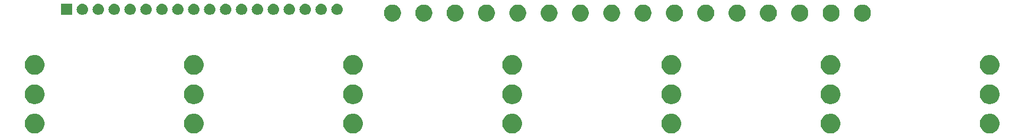
<source format=gbr>
G04 #@! TF.GenerationSoftware,KiCad,Pcbnew,(5.1.2)-2*
G04 #@! TF.CreationDate,2020-03-29T17:17:04-06:00*
G04 #@! TF.ProjectId,Switches,53776974-6368-4657-932e-6b696361645f,rev?*
G04 #@! TF.SameCoordinates,Original*
G04 #@! TF.FileFunction,Soldermask,Bot*
G04 #@! TF.FilePolarity,Negative*
%FSLAX46Y46*%
G04 Gerber Fmt 4.6, Leading zero omitted, Abs format (unit mm)*
G04 Created by KiCad (PCBNEW (5.1.2)-2) date 2020-03-29 17:17:04*
%MOMM*%
%LPD*%
G04 APERTURE LIST*
%ADD10C,0.100000*%
G04 APERTURE END LIST*
D10*
G36*
X211127267Y-70847263D02*
G01*
X211279411Y-70877526D01*
X211398137Y-70926704D01*
X211566041Y-70996252D01*
X211566042Y-70996253D01*
X211824004Y-71168617D01*
X212043383Y-71387996D01*
X212158553Y-71560361D01*
X212215748Y-71645959D01*
X212334474Y-71932590D01*
X212395000Y-72236875D01*
X212395000Y-72547125D01*
X212334474Y-72851410D01*
X212215748Y-73138041D01*
X212215747Y-73138042D01*
X212043383Y-73396004D01*
X211824004Y-73615383D01*
X211651639Y-73730553D01*
X211566041Y-73787748D01*
X211398137Y-73857296D01*
X211279411Y-73906474D01*
X210975125Y-73967000D01*
X210664875Y-73967000D01*
X210360589Y-73906474D01*
X210241863Y-73857296D01*
X210073959Y-73787748D01*
X209988361Y-73730553D01*
X209815996Y-73615383D01*
X209596617Y-73396004D01*
X209424253Y-73138042D01*
X209424252Y-73138041D01*
X209305526Y-72851410D01*
X209245000Y-72547125D01*
X209245000Y-72236875D01*
X209305526Y-71932590D01*
X209424252Y-71645959D01*
X209481447Y-71560361D01*
X209596617Y-71387996D01*
X209815996Y-71168617D01*
X210073958Y-70996253D01*
X210073959Y-70996252D01*
X210241863Y-70926704D01*
X210360589Y-70877526D01*
X210664875Y-70817000D01*
X210975125Y-70817000D01*
X211127267Y-70847263D01*
X211127267Y-70847263D01*
G37*
G36*
X58727267Y-70847263D02*
G01*
X58879411Y-70877526D01*
X58998137Y-70926704D01*
X59166041Y-70996252D01*
X59166042Y-70996253D01*
X59424004Y-71168617D01*
X59643383Y-71387996D01*
X59758553Y-71560361D01*
X59815748Y-71645959D01*
X59934474Y-71932590D01*
X59995000Y-72236875D01*
X59995000Y-72547125D01*
X59934474Y-72851410D01*
X59815748Y-73138041D01*
X59815747Y-73138042D01*
X59643383Y-73396004D01*
X59424004Y-73615383D01*
X59251639Y-73730553D01*
X59166041Y-73787748D01*
X58998137Y-73857296D01*
X58879411Y-73906474D01*
X58575125Y-73967000D01*
X58264875Y-73967000D01*
X57960589Y-73906474D01*
X57841863Y-73857296D01*
X57673959Y-73787748D01*
X57588361Y-73730553D01*
X57415996Y-73615383D01*
X57196617Y-73396004D01*
X57024253Y-73138042D01*
X57024252Y-73138041D01*
X56905526Y-72851410D01*
X56845000Y-72547125D01*
X56845000Y-72236875D01*
X56905526Y-71932590D01*
X57024252Y-71645959D01*
X57081447Y-71560361D01*
X57196617Y-71387996D01*
X57415996Y-71168617D01*
X57673958Y-70996253D01*
X57673959Y-70996252D01*
X57841863Y-70926704D01*
X57960589Y-70877526D01*
X58112733Y-70847263D01*
X58264875Y-70817000D01*
X58575125Y-70817000D01*
X58727267Y-70847263D01*
X58727267Y-70847263D01*
G37*
G36*
X160327267Y-70847263D02*
G01*
X160479411Y-70877526D01*
X160598137Y-70926704D01*
X160766041Y-70996252D01*
X160766042Y-70996253D01*
X161024004Y-71168617D01*
X161243383Y-71387996D01*
X161358553Y-71560361D01*
X161415748Y-71645959D01*
X161534474Y-71932590D01*
X161595000Y-72236875D01*
X161595000Y-72547125D01*
X161534474Y-72851410D01*
X161415748Y-73138041D01*
X161415747Y-73138042D01*
X161243383Y-73396004D01*
X161024004Y-73615383D01*
X160851639Y-73730553D01*
X160766041Y-73787748D01*
X160598137Y-73857296D01*
X160479411Y-73906474D01*
X160175125Y-73967000D01*
X159864875Y-73967000D01*
X159560589Y-73906474D01*
X159441863Y-73857296D01*
X159273959Y-73787748D01*
X159188361Y-73730553D01*
X159015996Y-73615383D01*
X158796617Y-73396004D01*
X158624253Y-73138042D01*
X158624252Y-73138041D01*
X158505526Y-72851410D01*
X158445000Y-72547125D01*
X158445000Y-72236875D01*
X158505526Y-71932590D01*
X158624252Y-71645959D01*
X158681447Y-71560361D01*
X158796617Y-71387996D01*
X159015996Y-71168617D01*
X159273958Y-70996253D01*
X159273959Y-70996252D01*
X159441863Y-70926704D01*
X159560589Y-70877526D01*
X159712733Y-70847263D01*
X159864875Y-70817000D01*
X160175125Y-70817000D01*
X160327267Y-70847263D01*
X160327267Y-70847263D01*
G37*
G36*
X134927267Y-70847263D02*
G01*
X135079411Y-70877526D01*
X135198137Y-70926704D01*
X135366041Y-70996252D01*
X135366042Y-70996253D01*
X135624004Y-71168617D01*
X135843383Y-71387996D01*
X135958553Y-71560361D01*
X136015748Y-71645959D01*
X136134474Y-71932590D01*
X136195000Y-72236875D01*
X136195000Y-72547125D01*
X136134474Y-72851410D01*
X136015748Y-73138041D01*
X136015747Y-73138042D01*
X135843383Y-73396004D01*
X135624004Y-73615383D01*
X135451639Y-73730553D01*
X135366041Y-73787748D01*
X135198137Y-73857296D01*
X135079411Y-73906474D01*
X134775125Y-73967000D01*
X134464875Y-73967000D01*
X134160589Y-73906474D01*
X134041863Y-73857296D01*
X133873959Y-73787748D01*
X133788361Y-73730553D01*
X133615996Y-73615383D01*
X133396617Y-73396004D01*
X133224253Y-73138042D01*
X133224252Y-73138041D01*
X133105526Y-72851410D01*
X133045000Y-72547125D01*
X133045000Y-72236875D01*
X133105526Y-71932590D01*
X133224252Y-71645959D01*
X133281447Y-71560361D01*
X133396617Y-71387996D01*
X133615996Y-71168617D01*
X133873958Y-70996253D01*
X133873959Y-70996252D01*
X134041863Y-70926704D01*
X134160589Y-70877526D01*
X134312733Y-70847263D01*
X134464875Y-70817000D01*
X134775125Y-70817000D01*
X134927267Y-70847263D01*
X134927267Y-70847263D01*
G37*
G36*
X109527267Y-70847263D02*
G01*
X109679411Y-70877526D01*
X109798137Y-70926704D01*
X109966041Y-70996252D01*
X109966042Y-70996253D01*
X110224004Y-71168617D01*
X110443383Y-71387996D01*
X110558553Y-71560361D01*
X110615748Y-71645959D01*
X110734474Y-71932590D01*
X110795000Y-72236875D01*
X110795000Y-72547125D01*
X110734474Y-72851410D01*
X110615748Y-73138041D01*
X110615747Y-73138042D01*
X110443383Y-73396004D01*
X110224004Y-73615383D01*
X110051639Y-73730553D01*
X109966041Y-73787748D01*
X109798137Y-73857296D01*
X109679411Y-73906474D01*
X109375125Y-73967000D01*
X109064875Y-73967000D01*
X108760589Y-73906474D01*
X108641863Y-73857296D01*
X108473959Y-73787748D01*
X108388361Y-73730553D01*
X108215996Y-73615383D01*
X107996617Y-73396004D01*
X107824253Y-73138042D01*
X107824252Y-73138041D01*
X107705526Y-72851410D01*
X107645000Y-72547125D01*
X107645000Y-72236875D01*
X107705526Y-71932590D01*
X107824252Y-71645959D01*
X107881447Y-71560361D01*
X107996617Y-71387996D01*
X108215996Y-71168617D01*
X108473958Y-70996253D01*
X108473959Y-70996252D01*
X108641863Y-70926704D01*
X108760589Y-70877526D01*
X108912733Y-70847263D01*
X109064875Y-70817000D01*
X109375125Y-70817000D01*
X109527267Y-70847263D01*
X109527267Y-70847263D01*
G37*
G36*
X84127267Y-70847263D02*
G01*
X84279411Y-70877526D01*
X84398137Y-70926704D01*
X84566041Y-70996252D01*
X84566042Y-70996253D01*
X84824004Y-71168617D01*
X85043383Y-71387996D01*
X85158553Y-71560361D01*
X85215748Y-71645959D01*
X85334474Y-71932590D01*
X85395000Y-72236875D01*
X85395000Y-72547125D01*
X85334474Y-72851410D01*
X85215748Y-73138041D01*
X85215747Y-73138042D01*
X85043383Y-73396004D01*
X84824004Y-73615383D01*
X84651639Y-73730553D01*
X84566041Y-73787748D01*
X84398137Y-73857296D01*
X84279411Y-73906474D01*
X83975125Y-73967000D01*
X83664875Y-73967000D01*
X83360589Y-73906474D01*
X83241863Y-73857296D01*
X83073959Y-73787748D01*
X82988361Y-73730553D01*
X82815996Y-73615383D01*
X82596617Y-73396004D01*
X82424253Y-73138042D01*
X82424252Y-73138041D01*
X82305526Y-72851410D01*
X82245000Y-72547125D01*
X82245000Y-72236875D01*
X82305526Y-71932590D01*
X82424252Y-71645959D01*
X82481447Y-71560361D01*
X82596617Y-71387996D01*
X82815996Y-71168617D01*
X83073958Y-70996253D01*
X83073959Y-70996252D01*
X83241863Y-70926704D01*
X83360589Y-70877526D01*
X83512733Y-70847263D01*
X83664875Y-70817000D01*
X83975125Y-70817000D01*
X84127267Y-70847263D01*
X84127267Y-70847263D01*
G37*
G36*
X185727267Y-70847263D02*
G01*
X185879411Y-70877526D01*
X185998137Y-70926704D01*
X186166041Y-70996252D01*
X186166042Y-70996253D01*
X186424004Y-71168617D01*
X186643383Y-71387996D01*
X186758553Y-71560361D01*
X186815748Y-71645959D01*
X186934474Y-71932590D01*
X186995000Y-72236875D01*
X186995000Y-72547125D01*
X186934474Y-72851410D01*
X186815748Y-73138041D01*
X186815747Y-73138042D01*
X186643383Y-73396004D01*
X186424004Y-73615383D01*
X186251639Y-73730553D01*
X186166041Y-73787748D01*
X185998137Y-73857296D01*
X185879411Y-73906474D01*
X185575125Y-73967000D01*
X185264875Y-73967000D01*
X184960589Y-73906474D01*
X184841863Y-73857296D01*
X184673959Y-73787748D01*
X184588361Y-73730553D01*
X184415996Y-73615383D01*
X184196617Y-73396004D01*
X184024253Y-73138042D01*
X184024252Y-73138041D01*
X183905526Y-72851410D01*
X183845000Y-72547125D01*
X183845000Y-72236875D01*
X183905526Y-71932590D01*
X184024252Y-71645959D01*
X184081447Y-71560361D01*
X184196617Y-71387996D01*
X184415996Y-71168617D01*
X184673958Y-70996253D01*
X184673959Y-70996252D01*
X184841863Y-70926704D01*
X184960589Y-70877526D01*
X185264875Y-70817000D01*
X185575125Y-70817000D01*
X185727267Y-70847263D01*
X185727267Y-70847263D01*
G37*
G36*
X58879411Y-66177526D02*
G01*
X58998137Y-66226704D01*
X59166041Y-66296252D01*
X59166042Y-66296253D01*
X59424004Y-66468617D01*
X59643383Y-66687996D01*
X59758553Y-66860361D01*
X59815748Y-66945959D01*
X59934474Y-67232590D01*
X59995000Y-67536875D01*
X59995000Y-67847125D01*
X59934474Y-68151410D01*
X59815748Y-68438041D01*
X59815747Y-68438042D01*
X59643383Y-68696004D01*
X59424004Y-68915383D01*
X59251639Y-69030553D01*
X59166041Y-69087748D01*
X58998137Y-69157296D01*
X58879411Y-69206474D01*
X58727267Y-69236737D01*
X58575125Y-69267000D01*
X58264875Y-69267000D01*
X58112733Y-69236737D01*
X57960589Y-69206474D01*
X57841863Y-69157296D01*
X57673959Y-69087748D01*
X57588361Y-69030553D01*
X57415996Y-68915383D01*
X57196617Y-68696004D01*
X57024253Y-68438042D01*
X57024252Y-68438041D01*
X56905526Y-68151410D01*
X56845000Y-67847125D01*
X56845000Y-67536875D01*
X56905526Y-67232590D01*
X57024252Y-66945959D01*
X57081447Y-66860361D01*
X57196617Y-66687996D01*
X57415996Y-66468617D01*
X57673958Y-66296253D01*
X57673959Y-66296252D01*
X57841863Y-66226704D01*
X57960589Y-66177526D01*
X58264875Y-66117000D01*
X58575125Y-66117000D01*
X58879411Y-66177526D01*
X58879411Y-66177526D01*
G37*
G36*
X84279411Y-66177526D02*
G01*
X84398137Y-66226704D01*
X84566041Y-66296252D01*
X84566042Y-66296253D01*
X84824004Y-66468617D01*
X85043383Y-66687996D01*
X85158553Y-66860361D01*
X85215748Y-66945959D01*
X85334474Y-67232590D01*
X85395000Y-67536875D01*
X85395000Y-67847125D01*
X85334474Y-68151410D01*
X85215748Y-68438041D01*
X85215747Y-68438042D01*
X85043383Y-68696004D01*
X84824004Y-68915383D01*
X84651639Y-69030553D01*
X84566041Y-69087748D01*
X84398137Y-69157296D01*
X84279411Y-69206474D01*
X84127267Y-69236737D01*
X83975125Y-69267000D01*
X83664875Y-69267000D01*
X83512733Y-69236737D01*
X83360589Y-69206474D01*
X83241863Y-69157296D01*
X83073959Y-69087748D01*
X82988361Y-69030553D01*
X82815996Y-68915383D01*
X82596617Y-68696004D01*
X82424253Y-68438042D01*
X82424252Y-68438041D01*
X82305526Y-68151410D01*
X82245000Y-67847125D01*
X82245000Y-67536875D01*
X82305526Y-67232590D01*
X82424252Y-66945959D01*
X82481447Y-66860361D01*
X82596617Y-66687996D01*
X82815996Y-66468617D01*
X83073958Y-66296253D01*
X83073959Y-66296252D01*
X83241863Y-66226704D01*
X83360589Y-66177526D01*
X83664875Y-66117000D01*
X83975125Y-66117000D01*
X84279411Y-66177526D01*
X84279411Y-66177526D01*
G37*
G36*
X109679411Y-66177526D02*
G01*
X109798137Y-66226704D01*
X109966041Y-66296252D01*
X109966042Y-66296253D01*
X110224004Y-66468617D01*
X110443383Y-66687996D01*
X110558553Y-66860361D01*
X110615748Y-66945959D01*
X110734474Y-67232590D01*
X110795000Y-67536875D01*
X110795000Y-67847125D01*
X110734474Y-68151410D01*
X110615748Y-68438041D01*
X110615747Y-68438042D01*
X110443383Y-68696004D01*
X110224004Y-68915383D01*
X110051639Y-69030553D01*
X109966041Y-69087748D01*
X109798137Y-69157296D01*
X109679411Y-69206474D01*
X109527267Y-69236737D01*
X109375125Y-69267000D01*
X109064875Y-69267000D01*
X108912733Y-69236737D01*
X108760589Y-69206474D01*
X108641863Y-69157296D01*
X108473959Y-69087748D01*
X108388361Y-69030553D01*
X108215996Y-68915383D01*
X107996617Y-68696004D01*
X107824253Y-68438042D01*
X107824252Y-68438041D01*
X107705526Y-68151410D01*
X107645000Y-67847125D01*
X107645000Y-67536875D01*
X107705526Y-67232590D01*
X107824252Y-66945959D01*
X107881447Y-66860361D01*
X107996617Y-66687996D01*
X108215996Y-66468617D01*
X108473958Y-66296253D01*
X108473959Y-66296252D01*
X108641863Y-66226704D01*
X108760589Y-66177526D01*
X109064875Y-66117000D01*
X109375125Y-66117000D01*
X109679411Y-66177526D01*
X109679411Y-66177526D01*
G37*
G36*
X160479411Y-66177526D02*
G01*
X160598137Y-66226704D01*
X160766041Y-66296252D01*
X160766042Y-66296253D01*
X161024004Y-66468617D01*
X161243383Y-66687996D01*
X161358553Y-66860361D01*
X161415748Y-66945959D01*
X161534474Y-67232590D01*
X161595000Y-67536875D01*
X161595000Y-67847125D01*
X161534474Y-68151410D01*
X161415748Y-68438041D01*
X161415747Y-68438042D01*
X161243383Y-68696004D01*
X161024004Y-68915383D01*
X160851639Y-69030553D01*
X160766041Y-69087748D01*
X160598137Y-69157296D01*
X160479411Y-69206474D01*
X160327267Y-69236737D01*
X160175125Y-69267000D01*
X159864875Y-69267000D01*
X159712733Y-69236737D01*
X159560589Y-69206474D01*
X159441863Y-69157296D01*
X159273959Y-69087748D01*
X159188361Y-69030553D01*
X159015996Y-68915383D01*
X158796617Y-68696004D01*
X158624253Y-68438042D01*
X158624252Y-68438041D01*
X158505526Y-68151410D01*
X158445000Y-67847125D01*
X158445000Y-67536875D01*
X158505526Y-67232590D01*
X158624252Y-66945959D01*
X158681447Y-66860361D01*
X158796617Y-66687996D01*
X159015996Y-66468617D01*
X159273958Y-66296253D01*
X159273959Y-66296252D01*
X159441863Y-66226704D01*
X159560589Y-66177526D01*
X159864875Y-66117000D01*
X160175125Y-66117000D01*
X160479411Y-66177526D01*
X160479411Y-66177526D01*
G37*
G36*
X185879411Y-66177526D02*
G01*
X185998137Y-66226704D01*
X186166041Y-66296252D01*
X186166042Y-66296253D01*
X186424004Y-66468617D01*
X186643383Y-66687996D01*
X186758553Y-66860361D01*
X186815748Y-66945959D01*
X186934474Y-67232590D01*
X186995000Y-67536875D01*
X186995000Y-67847125D01*
X186934474Y-68151410D01*
X186815748Y-68438041D01*
X186815747Y-68438042D01*
X186643383Y-68696004D01*
X186424004Y-68915383D01*
X186251639Y-69030553D01*
X186166041Y-69087748D01*
X185998137Y-69157296D01*
X185879411Y-69206474D01*
X185727267Y-69236737D01*
X185575125Y-69267000D01*
X185264875Y-69267000D01*
X185112733Y-69236737D01*
X184960589Y-69206474D01*
X184841863Y-69157296D01*
X184673959Y-69087748D01*
X184588361Y-69030553D01*
X184415996Y-68915383D01*
X184196617Y-68696004D01*
X184024253Y-68438042D01*
X184024252Y-68438041D01*
X183905526Y-68151410D01*
X183845000Y-67847125D01*
X183845000Y-67536875D01*
X183905526Y-67232590D01*
X184024252Y-66945959D01*
X184081447Y-66860361D01*
X184196617Y-66687996D01*
X184415996Y-66468617D01*
X184673958Y-66296253D01*
X184673959Y-66296252D01*
X184841863Y-66226704D01*
X184960589Y-66177526D01*
X185264875Y-66117000D01*
X185575125Y-66117000D01*
X185879411Y-66177526D01*
X185879411Y-66177526D01*
G37*
G36*
X211279411Y-66177526D02*
G01*
X211398137Y-66226704D01*
X211566041Y-66296252D01*
X211566042Y-66296253D01*
X211824004Y-66468617D01*
X212043383Y-66687996D01*
X212158553Y-66860361D01*
X212215748Y-66945959D01*
X212334474Y-67232590D01*
X212395000Y-67536875D01*
X212395000Y-67847125D01*
X212334474Y-68151410D01*
X212215748Y-68438041D01*
X212215747Y-68438042D01*
X212043383Y-68696004D01*
X211824004Y-68915383D01*
X211651639Y-69030553D01*
X211566041Y-69087748D01*
X211398137Y-69157296D01*
X211279411Y-69206474D01*
X211127267Y-69236737D01*
X210975125Y-69267000D01*
X210664875Y-69267000D01*
X210512733Y-69236737D01*
X210360589Y-69206474D01*
X210241863Y-69157296D01*
X210073959Y-69087748D01*
X209988361Y-69030553D01*
X209815996Y-68915383D01*
X209596617Y-68696004D01*
X209424253Y-68438042D01*
X209424252Y-68438041D01*
X209305526Y-68151410D01*
X209245000Y-67847125D01*
X209245000Y-67536875D01*
X209305526Y-67232590D01*
X209424252Y-66945959D01*
X209481447Y-66860361D01*
X209596617Y-66687996D01*
X209815996Y-66468617D01*
X210073958Y-66296253D01*
X210073959Y-66296252D01*
X210241863Y-66226704D01*
X210360589Y-66177526D01*
X210664875Y-66117000D01*
X210975125Y-66117000D01*
X211279411Y-66177526D01*
X211279411Y-66177526D01*
G37*
G36*
X135079411Y-66177526D02*
G01*
X135198137Y-66226704D01*
X135366041Y-66296252D01*
X135366042Y-66296253D01*
X135624004Y-66468617D01*
X135843383Y-66687996D01*
X135958553Y-66860361D01*
X136015748Y-66945959D01*
X136134474Y-67232590D01*
X136195000Y-67536875D01*
X136195000Y-67847125D01*
X136134474Y-68151410D01*
X136015748Y-68438041D01*
X136015747Y-68438042D01*
X135843383Y-68696004D01*
X135624004Y-68915383D01*
X135451639Y-69030553D01*
X135366041Y-69087748D01*
X135198137Y-69157296D01*
X135079411Y-69206474D01*
X134927267Y-69236737D01*
X134775125Y-69267000D01*
X134464875Y-69267000D01*
X134312733Y-69236737D01*
X134160589Y-69206474D01*
X134041863Y-69157296D01*
X133873959Y-69087748D01*
X133788361Y-69030553D01*
X133615996Y-68915383D01*
X133396617Y-68696004D01*
X133224253Y-68438042D01*
X133224252Y-68438041D01*
X133105526Y-68151410D01*
X133045000Y-67847125D01*
X133045000Y-67536875D01*
X133105526Y-67232590D01*
X133224252Y-66945959D01*
X133281447Y-66860361D01*
X133396617Y-66687996D01*
X133615996Y-66468617D01*
X133873958Y-66296253D01*
X133873959Y-66296252D01*
X134041863Y-66226704D01*
X134160589Y-66177526D01*
X134464875Y-66117000D01*
X134775125Y-66117000D01*
X135079411Y-66177526D01*
X135079411Y-66177526D01*
G37*
G36*
X134927267Y-61447263D02*
G01*
X135079411Y-61477526D01*
X135198137Y-61526704D01*
X135366041Y-61596252D01*
X135366042Y-61596253D01*
X135624004Y-61768617D01*
X135843383Y-61987996D01*
X135958553Y-62160361D01*
X136015748Y-62245959D01*
X136134474Y-62532590D01*
X136195000Y-62836875D01*
X136195000Y-63147125D01*
X136134474Y-63451410D01*
X136015748Y-63738041D01*
X136015747Y-63738042D01*
X135843383Y-63996004D01*
X135624004Y-64215383D01*
X135451639Y-64330553D01*
X135366041Y-64387748D01*
X135198137Y-64457296D01*
X135079411Y-64506474D01*
X134927267Y-64536737D01*
X134775125Y-64567000D01*
X134464875Y-64567000D01*
X134312733Y-64536737D01*
X134160589Y-64506474D01*
X134041863Y-64457296D01*
X133873959Y-64387748D01*
X133788361Y-64330553D01*
X133615996Y-64215383D01*
X133396617Y-63996004D01*
X133224253Y-63738042D01*
X133224252Y-63738041D01*
X133105526Y-63451410D01*
X133045000Y-63147125D01*
X133045000Y-62836875D01*
X133105526Y-62532590D01*
X133224252Y-62245959D01*
X133281447Y-62160361D01*
X133396617Y-61987996D01*
X133615996Y-61768617D01*
X133873958Y-61596253D01*
X133873959Y-61596252D01*
X134041863Y-61526704D01*
X134160589Y-61477526D01*
X134312733Y-61447263D01*
X134464875Y-61417000D01*
X134775125Y-61417000D01*
X134927267Y-61447263D01*
X134927267Y-61447263D01*
G37*
G36*
X84127267Y-61447263D02*
G01*
X84279411Y-61477526D01*
X84398137Y-61526704D01*
X84566041Y-61596252D01*
X84566042Y-61596253D01*
X84824004Y-61768617D01*
X85043383Y-61987996D01*
X85158553Y-62160361D01*
X85215748Y-62245959D01*
X85334474Y-62532590D01*
X85395000Y-62836875D01*
X85395000Y-63147125D01*
X85334474Y-63451410D01*
X85215748Y-63738041D01*
X85215747Y-63738042D01*
X85043383Y-63996004D01*
X84824004Y-64215383D01*
X84651639Y-64330553D01*
X84566041Y-64387748D01*
X84398137Y-64457296D01*
X84279411Y-64506474D01*
X84127267Y-64536737D01*
X83975125Y-64567000D01*
X83664875Y-64567000D01*
X83512733Y-64536737D01*
X83360589Y-64506474D01*
X83241863Y-64457296D01*
X83073959Y-64387748D01*
X82988361Y-64330553D01*
X82815996Y-64215383D01*
X82596617Y-63996004D01*
X82424253Y-63738042D01*
X82424252Y-63738041D01*
X82305526Y-63451410D01*
X82245000Y-63147125D01*
X82245000Y-62836875D01*
X82305526Y-62532590D01*
X82424252Y-62245959D01*
X82481447Y-62160361D01*
X82596617Y-61987996D01*
X82815996Y-61768617D01*
X83073958Y-61596253D01*
X83073959Y-61596252D01*
X83241863Y-61526704D01*
X83360589Y-61477526D01*
X83512733Y-61447263D01*
X83664875Y-61417000D01*
X83975125Y-61417000D01*
X84127267Y-61447263D01*
X84127267Y-61447263D01*
G37*
G36*
X211127267Y-61447263D02*
G01*
X211279411Y-61477526D01*
X211398137Y-61526704D01*
X211566041Y-61596252D01*
X211566042Y-61596253D01*
X211824004Y-61768617D01*
X212043383Y-61987996D01*
X212158553Y-62160361D01*
X212215748Y-62245959D01*
X212334474Y-62532590D01*
X212395000Y-62836875D01*
X212395000Y-63147125D01*
X212334474Y-63451410D01*
X212215748Y-63738041D01*
X212215747Y-63738042D01*
X212043383Y-63996004D01*
X211824004Y-64215383D01*
X211651639Y-64330553D01*
X211566041Y-64387748D01*
X211398137Y-64457296D01*
X211279411Y-64506474D01*
X211127267Y-64536737D01*
X210975125Y-64567000D01*
X210664875Y-64567000D01*
X210512733Y-64536737D01*
X210360589Y-64506474D01*
X210241863Y-64457296D01*
X210073959Y-64387748D01*
X209988361Y-64330553D01*
X209815996Y-64215383D01*
X209596617Y-63996004D01*
X209424253Y-63738042D01*
X209424252Y-63738041D01*
X209305526Y-63451410D01*
X209245000Y-63147125D01*
X209245000Y-62836875D01*
X209305526Y-62532590D01*
X209424252Y-62245959D01*
X209481447Y-62160361D01*
X209596617Y-61987996D01*
X209815996Y-61768617D01*
X210073958Y-61596253D01*
X210073959Y-61596252D01*
X210241863Y-61526704D01*
X210360589Y-61477526D01*
X210512733Y-61447263D01*
X210664875Y-61417000D01*
X210975125Y-61417000D01*
X211127267Y-61447263D01*
X211127267Y-61447263D01*
G37*
G36*
X58727267Y-61447263D02*
G01*
X58879411Y-61477526D01*
X58998137Y-61526704D01*
X59166041Y-61596252D01*
X59166042Y-61596253D01*
X59424004Y-61768617D01*
X59643383Y-61987996D01*
X59758553Y-62160361D01*
X59815748Y-62245959D01*
X59934474Y-62532590D01*
X59995000Y-62836875D01*
X59995000Y-63147125D01*
X59934474Y-63451410D01*
X59815748Y-63738041D01*
X59815747Y-63738042D01*
X59643383Y-63996004D01*
X59424004Y-64215383D01*
X59251639Y-64330553D01*
X59166041Y-64387748D01*
X58998137Y-64457296D01*
X58879411Y-64506474D01*
X58727267Y-64536737D01*
X58575125Y-64567000D01*
X58264875Y-64567000D01*
X58112733Y-64536737D01*
X57960589Y-64506474D01*
X57841863Y-64457296D01*
X57673959Y-64387748D01*
X57588361Y-64330553D01*
X57415996Y-64215383D01*
X57196617Y-63996004D01*
X57024253Y-63738042D01*
X57024252Y-63738041D01*
X56905526Y-63451410D01*
X56845000Y-63147125D01*
X56845000Y-62836875D01*
X56905526Y-62532590D01*
X57024252Y-62245959D01*
X57081447Y-62160361D01*
X57196617Y-61987996D01*
X57415996Y-61768617D01*
X57673958Y-61596253D01*
X57673959Y-61596252D01*
X57841863Y-61526704D01*
X57960589Y-61477526D01*
X58112733Y-61447263D01*
X58264875Y-61417000D01*
X58575125Y-61417000D01*
X58727267Y-61447263D01*
X58727267Y-61447263D01*
G37*
G36*
X185727267Y-61447263D02*
G01*
X185879411Y-61477526D01*
X185998137Y-61526704D01*
X186166041Y-61596252D01*
X186166042Y-61596253D01*
X186424004Y-61768617D01*
X186643383Y-61987996D01*
X186758553Y-62160361D01*
X186815748Y-62245959D01*
X186934474Y-62532590D01*
X186995000Y-62836875D01*
X186995000Y-63147125D01*
X186934474Y-63451410D01*
X186815748Y-63738041D01*
X186815747Y-63738042D01*
X186643383Y-63996004D01*
X186424004Y-64215383D01*
X186251639Y-64330553D01*
X186166041Y-64387748D01*
X185998137Y-64457296D01*
X185879411Y-64506474D01*
X185727267Y-64536737D01*
X185575125Y-64567000D01*
X185264875Y-64567000D01*
X185112733Y-64536737D01*
X184960589Y-64506474D01*
X184841863Y-64457296D01*
X184673959Y-64387748D01*
X184588361Y-64330553D01*
X184415996Y-64215383D01*
X184196617Y-63996004D01*
X184024253Y-63738042D01*
X184024252Y-63738041D01*
X183905526Y-63451410D01*
X183845000Y-63147125D01*
X183845000Y-62836875D01*
X183905526Y-62532590D01*
X184024252Y-62245959D01*
X184081447Y-62160361D01*
X184196617Y-61987996D01*
X184415996Y-61768617D01*
X184673958Y-61596253D01*
X184673959Y-61596252D01*
X184841863Y-61526704D01*
X184960589Y-61477526D01*
X185112733Y-61447263D01*
X185264875Y-61417000D01*
X185575125Y-61417000D01*
X185727267Y-61447263D01*
X185727267Y-61447263D01*
G37*
G36*
X160327267Y-61447263D02*
G01*
X160479411Y-61477526D01*
X160598137Y-61526704D01*
X160766041Y-61596252D01*
X160766042Y-61596253D01*
X161024004Y-61768617D01*
X161243383Y-61987996D01*
X161358553Y-62160361D01*
X161415748Y-62245959D01*
X161534474Y-62532590D01*
X161595000Y-62836875D01*
X161595000Y-63147125D01*
X161534474Y-63451410D01*
X161415748Y-63738041D01*
X161415747Y-63738042D01*
X161243383Y-63996004D01*
X161024004Y-64215383D01*
X160851639Y-64330553D01*
X160766041Y-64387748D01*
X160598137Y-64457296D01*
X160479411Y-64506474D01*
X160327267Y-64536737D01*
X160175125Y-64567000D01*
X159864875Y-64567000D01*
X159712733Y-64536737D01*
X159560589Y-64506474D01*
X159441863Y-64457296D01*
X159273959Y-64387748D01*
X159188361Y-64330553D01*
X159015996Y-64215383D01*
X158796617Y-63996004D01*
X158624253Y-63738042D01*
X158624252Y-63738041D01*
X158505526Y-63451410D01*
X158445000Y-63147125D01*
X158445000Y-62836875D01*
X158505526Y-62532590D01*
X158624252Y-62245959D01*
X158681447Y-62160361D01*
X158796617Y-61987996D01*
X159015996Y-61768617D01*
X159273958Y-61596253D01*
X159273959Y-61596252D01*
X159441863Y-61526704D01*
X159560589Y-61477526D01*
X159712733Y-61447263D01*
X159864875Y-61417000D01*
X160175125Y-61417000D01*
X160327267Y-61447263D01*
X160327267Y-61447263D01*
G37*
G36*
X109527267Y-61447263D02*
G01*
X109679411Y-61477526D01*
X109798137Y-61526704D01*
X109966041Y-61596252D01*
X109966042Y-61596253D01*
X110224004Y-61768617D01*
X110443383Y-61987996D01*
X110558553Y-62160361D01*
X110615748Y-62245959D01*
X110734474Y-62532590D01*
X110795000Y-62836875D01*
X110795000Y-63147125D01*
X110734474Y-63451410D01*
X110615748Y-63738041D01*
X110615747Y-63738042D01*
X110443383Y-63996004D01*
X110224004Y-64215383D01*
X110051639Y-64330553D01*
X109966041Y-64387748D01*
X109798137Y-64457296D01*
X109679411Y-64506474D01*
X109527267Y-64536737D01*
X109375125Y-64567000D01*
X109064875Y-64567000D01*
X108912733Y-64536737D01*
X108760589Y-64506474D01*
X108641863Y-64457296D01*
X108473959Y-64387748D01*
X108388361Y-64330553D01*
X108215996Y-64215383D01*
X107996617Y-63996004D01*
X107824253Y-63738042D01*
X107824252Y-63738041D01*
X107705526Y-63451410D01*
X107645000Y-63147125D01*
X107645000Y-62836875D01*
X107705526Y-62532590D01*
X107824252Y-62245959D01*
X107881447Y-62160361D01*
X107996617Y-61987996D01*
X108215996Y-61768617D01*
X108473958Y-61596253D01*
X108473959Y-61596252D01*
X108641863Y-61526704D01*
X108760589Y-61477526D01*
X108912733Y-61447263D01*
X109064875Y-61417000D01*
X109375125Y-61417000D01*
X109527267Y-61447263D01*
X109527267Y-61447263D01*
G37*
G36*
X190924072Y-53390918D02*
G01*
X191095234Y-53461815D01*
X191169939Y-53492759D01*
X191391212Y-53640610D01*
X191579390Y-53828788D01*
X191727241Y-54050061D01*
X191829082Y-54295928D01*
X191881000Y-54556938D01*
X191881000Y-54823062D01*
X191829082Y-55084072D01*
X191727241Y-55329939D01*
X191579390Y-55551212D01*
X191391212Y-55739390D01*
X191169939Y-55887241D01*
X191169938Y-55887242D01*
X191169937Y-55887242D01*
X190924072Y-55989082D01*
X190663063Y-56041000D01*
X190396937Y-56041000D01*
X190135928Y-55989082D01*
X189890063Y-55887242D01*
X189890062Y-55887242D01*
X189890061Y-55887241D01*
X189668788Y-55739390D01*
X189480610Y-55551212D01*
X189332759Y-55329939D01*
X189230918Y-55084072D01*
X189179000Y-54823062D01*
X189179000Y-54556938D01*
X189230918Y-54295928D01*
X189332759Y-54050061D01*
X189480610Y-53828788D01*
X189668788Y-53640610D01*
X189890061Y-53492759D01*
X189964767Y-53461815D01*
X190135928Y-53390918D01*
X190396937Y-53339000D01*
X190663063Y-53339000D01*
X190924072Y-53390918D01*
X190924072Y-53390918D01*
G37*
G36*
X185924072Y-53390918D02*
G01*
X186095234Y-53461815D01*
X186169939Y-53492759D01*
X186391212Y-53640610D01*
X186579390Y-53828788D01*
X186727241Y-54050061D01*
X186829082Y-54295928D01*
X186881000Y-54556938D01*
X186881000Y-54823062D01*
X186829082Y-55084072D01*
X186727241Y-55329939D01*
X186579390Y-55551212D01*
X186391212Y-55739390D01*
X186169939Y-55887241D01*
X186169938Y-55887242D01*
X186169937Y-55887242D01*
X185924072Y-55989082D01*
X185663063Y-56041000D01*
X185396937Y-56041000D01*
X185135928Y-55989082D01*
X184890063Y-55887242D01*
X184890062Y-55887242D01*
X184890061Y-55887241D01*
X184668788Y-55739390D01*
X184480610Y-55551212D01*
X184332759Y-55329939D01*
X184230918Y-55084072D01*
X184179000Y-54823062D01*
X184179000Y-54556938D01*
X184230918Y-54295928D01*
X184332759Y-54050061D01*
X184480610Y-53828788D01*
X184668788Y-53640610D01*
X184890061Y-53492759D01*
X184964767Y-53461815D01*
X185135928Y-53390918D01*
X185396937Y-53339000D01*
X185663063Y-53339000D01*
X185924072Y-53390918D01*
X185924072Y-53390918D01*
G37*
G36*
X180924072Y-53390918D02*
G01*
X181095234Y-53461815D01*
X181169939Y-53492759D01*
X181391212Y-53640610D01*
X181579390Y-53828788D01*
X181727241Y-54050061D01*
X181829082Y-54295928D01*
X181881000Y-54556938D01*
X181881000Y-54823062D01*
X181829082Y-55084072D01*
X181727241Y-55329939D01*
X181579390Y-55551212D01*
X181391212Y-55739390D01*
X181169939Y-55887241D01*
X181169938Y-55887242D01*
X181169937Y-55887242D01*
X180924072Y-55989082D01*
X180663063Y-56041000D01*
X180396937Y-56041000D01*
X180135928Y-55989082D01*
X179890063Y-55887242D01*
X179890062Y-55887242D01*
X179890061Y-55887241D01*
X179668788Y-55739390D01*
X179480610Y-55551212D01*
X179332759Y-55329939D01*
X179230918Y-55084072D01*
X179179000Y-54823062D01*
X179179000Y-54556938D01*
X179230918Y-54295928D01*
X179332759Y-54050061D01*
X179480610Y-53828788D01*
X179668788Y-53640610D01*
X179890061Y-53492759D01*
X179964767Y-53461815D01*
X180135928Y-53390918D01*
X180396937Y-53339000D01*
X180663063Y-53339000D01*
X180924072Y-53390918D01*
X180924072Y-53390918D01*
G37*
G36*
X175924072Y-53390918D02*
G01*
X176095234Y-53461815D01*
X176169939Y-53492759D01*
X176391212Y-53640610D01*
X176579390Y-53828788D01*
X176727241Y-54050061D01*
X176829082Y-54295928D01*
X176881000Y-54556938D01*
X176881000Y-54823062D01*
X176829082Y-55084072D01*
X176727241Y-55329939D01*
X176579390Y-55551212D01*
X176391212Y-55739390D01*
X176169939Y-55887241D01*
X176169938Y-55887242D01*
X176169937Y-55887242D01*
X175924072Y-55989082D01*
X175663063Y-56041000D01*
X175396937Y-56041000D01*
X175135928Y-55989082D01*
X174890063Y-55887242D01*
X174890062Y-55887242D01*
X174890061Y-55887241D01*
X174668788Y-55739390D01*
X174480610Y-55551212D01*
X174332759Y-55329939D01*
X174230918Y-55084072D01*
X174179000Y-54823062D01*
X174179000Y-54556938D01*
X174230918Y-54295928D01*
X174332759Y-54050061D01*
X174480610Y-53828788D01*
X174668788Y-53640610D01*
X174890061Y-53492759D01*
X174964767Y-53461815D01*
X175135928Y-53390918D01*
X175396937Y-53339000D01*
X175663063Y-53339000D01*
X175924072Y-53390918D01*
X175924072Y-53390918D01*
G37*
G36*
X170924072Y-53390918D02*
G01*
X171095234Y-53461815D01*
X171169939Y-53492759D01*
X171391212Y-53640610D01*
X171579390Y-53828788D01*
X171727241Y-54050061D01*
X171829082Y-54295928D01*
X171881000Y-54556938D01*
X171881000Y-54823062D01*
X171829082Y-55084072D01*
X171727241Y-55329939D01*
X171579390Y-55551212D01*
X171391212Y-55739390D01*
X171169939Y-55887241D01*
X171169938Y-55887242D01*
X171169937Y-55887242D01*
X170924072Y-55989082D01*
X170663063Y-56041000D01*
X170396937Y-56041000D01*
X170135928Y-55989082D01*
X169890063Y-55887242D01*
X169890062Y-55887242D01*
X169890061Y-55887241D01*
X169668788Y-55739390D01*
X169480610Y-55551212D01*
X169332759Y-55329939D01*
X169230918Y-55084072D01*
X169179000Y-54823062D01*
X169179000Y-54556938D01*
X169230918Y-54295928D01*
X169332759Y-54050061D01*
X169480610Y-53828788D01*
X169668788Y-53640610D01*
X169890061Y-53492759D01*
X169964767Y-53461815D01*
X170135928Y-53390918D01*
X170396937Y-53339000D01*
X170663063Y-53339000D01*
X170924072Y-53390918D01*
X170924072Y-53390918D01*
G37*
G36*
X165924072Y-53390918D02*
G01*
X166095234Y-53461815D01*
X166169939Y-53492759D01*
X166391212Y-53640610D01*
X166579390Y-53828788D01*
X166727241Y-54050061D01*
X166829082Y-54295928D01*
X166881000Y-54556938D01*
X166881000Y-54823062D01*
X166829082Y-55084072D01*
X166727241Y-55329939D01*
X166579390Y-55551212D01*
X166391212Y-55739390D01*
X166169939Y-55887241D01*
X166169938Y-55887242D01*
X166169937Y-55887242D01*
X165924072Y-55989082D01*
X165663063Y-56041000D01*
X165396937Y-56041000D01*
X165135928Y-55989082D01*
X164890063Y-55887242D01*
X164890062Y-55887242D01*
X164890061Y-55887241D01*
X164668788Y-55739390D01*
X164480610Y-55551212D01*
X164332759Y-55329939D01*
X164230918Y-55084072D01*
X164179000Y-54823062D01*
X164179000Y-54556938D01*
X164230918Y-54295928D01*
X164332759Y-54050061D01*
X164480610Y-53828788D01*
X164668788Y-53640610D01*
X164890061Y-53492759D01*
X164964767Y-53461815D01*
X165135928Y-53390918D01*
X165396937Y-53339000D01*
X165663063Y-53339000D01*
X165924072Y-53390918D01*
X165924072Y-53390918D01*
G37*
G36*
X140924072Y-53390918D02*
G01*
X141095234Y-53461815D01*
X141169939Y-53492759D01*
X141391212Y-53640610D01*
X141579390Y-53828788D01*
X141727241Y-54050061D01*
X141829082Y-54295928D01*
X141881000Y-54556938D01*
X141881000Y-54823062D01*
X141829082Y-55084072D01*
X141727241Y-55329939D01*
X141579390Y-55551212D01*
X141391212Y-55739390D01*
X141169939Y-55887241D01*
X141169938Y-55887242D01*
X141169937Y-55887242D01*
X140924072Y-55989082D01*
X140663063Y-56041000D01*
X140396937Y-56041000D01*
X140135928Y-55989082D01*
X139890063Y-55887242D01*
X139890062Y-55887242D01*
X139890061Y-55887241D01*
X139668788Y-55739390D01*
X139480610Y-55551212D01*
X139332759Y-55329939D01*
X139230918Y-55084072D01*
X139179000Y-54823062D01*
X139179000Y-54556938D01*
X139230918Y-54295928D01*
X139332759Y-54050061D01*
X139480610Y-53828788D01*
X139668788Y-53640610D01*
X139890061Y-53492759D01*
X139964767Y-53461815D01*
X140135928Y-53390918D01*
X140396937Y-53339000D01*
X140663063Y-53339000D01*
X140924072Y-53390918D01*
X140924072Y-53390918D01*
G37*
G36*
X160924072Y-53390918D02*
G01*
X161095234Y-53461815D01*
X161169939Y-53492759D01*
X161391212Y-53640610D01*
X161579390Y-53828788D01*
X161727241Y-54050061D01*
X161829082Y-54295928D01*
X161881000Y-54556938D01*
X161881000Y-54823062D01*
X161829082Y-55084072D01*
X161727241Y-55329939D01*
X161579390Y-55551212D01*
X161391212Y-55739390D01*
X161169939Y-55887241D01*
X161169938Y-55887242D01*
X161169937Y-55887242D01*
X160924072Y-55989082D01*
X160663063Y-56041000D01*
X160396937Y-56041000D01*
X160135928Y-55989082D01*
X159890063Y-55887242D01*
X159890062Y-55887242D01*
X159890061Y-55887241D01*
X159668788Y-55739390D01*
X159480610Y-55551212D01*
X159332759Y-55329939D01*
X159230918Y-55084072D01*
X159179000Y-54823062D01*
X159179000Y-54556938D01*
X159230918Y-54295928D01*
X159332759Y-54050061D01*
X159480610Y-53828788D01*
X159668788Y-53640610D01*
X159890061Y-53492759D01*
X159964767Y-53461815D01*
X160135928Y-53390918D01*
X160396937Y-53339000D01*
X160663063Y-53339000D01*
X160924072Y-53390918D01*
X160924072Y-53390918D01*
G37*
G36*
X150924072Y-53390918D02*
G01*
X151095234Y-53461815D01*
X151169939Y-53492759D01*
X151391212Y-53640610D01*
X151579390Y-53828788D01*
X151727241Y-54050061D01*
X151829082Y-54295928D01*
X151881000Y-54556938D01*
X151881000Y-54823062D01*
X151829082Y-55084072D01*
X151727241Y-55329939D01*
X151579390Y-55551212D01*
X151391212Y-55739390D01*
X151169939Y-55887241D01*
X151169938Y-55887242D01*
X151169937Y-55887242D01*
X150924072Y-55989082D01*
X150663063Y-56041000D01*
X150396937Y-56041000D01*
X150135928Y-55989082D01*
X149890063Y-55887242D01*
X149890062Y-55887242D01*
X149890061Y-55887241D01*
X149668788Y-55739390D01*
X149480610Y-55551212D01*
X149332759Y-55329939D01*
X149230918Y-55084072D01*
X149179000Y-54823062D01*
X149179000Y-54556938D01*
X149230918Y-54295928D01*
X149332759Y-54050061D01*
X149480610Y-53828788D01*
X149668788Y-53640610D01*
X149890061Y-53492759D01*
X149964767Y-53461815D01*
X150135928Y-53390918D01*
X150396937Y-53339000D01*
X150663063Y-53339000D01*
X150924072Y-53390918D01*
X150924072Y-53390918D01*
G37*
G36*
X155924072Y-53390918D02*
G01*
X156095234Y-53461815D01*
X156169939Y-53492759D01*
X156391212Y-53640610D01*
X156579390Y-53828788D01*
X156727241Y-54050061D01*
X156829082Y-54295928D01*
X156881000Y-54556938D01*
X156881000Y-54823062D01*
X156829082Y-55084072D01*
X156727241Y-55329939D01*
X156579390Y-55551212D01*
X156391212Y-55739390D01*
X156169939Y-55887241D01*
X156169938Y-55887242D01*
X156169937Y-55887242D01*
X155924072Y-55989082D01*
X155663063Y-56041000D01*
X155396937Y-56041000D01*
X155135928Y-55989082D01*
X154890063Y-55887242D01*
X154890062Y-55887242D01*
X154890061Y-55887241D01*
X154668788Y-55739390D01*
X154480610Y-55551212D01*
X154332759Y-55329939D01*
X154230918Y-55084072D01*
X154179000Y-54823062D01*
X154179000Y-54556938D01*
X154230918Y-54295928D01*
X154332759Y-54050061D01*
X154480610Y-53828788D01*
X154668788Y-53640610D01*
X154890061Y-53492759D01*
X154964767Y-53461815D01*
X155135928Y-53390918D01*
X155396937Y-53339000D01*
X155663063Y-53339000D01*
X155924072Y-53390918D01*
X155924072Y-53390918D01*
G37*
G36*
X135924072Y-53390918D02*
G01*
X136095234Y-53461815D01*
X136169939Y-53492759D01*
X136391212Y-53640610D01*
X136579390Y-53828788D01*
X136727241Y-54050061D01*
X136829082Y-54295928D01*
X136881000Y-54556938D01*
X136881000Y-54823062D01*
X136829082Y-55084072D01*
X136727241Y-55329939D01*
X136579390Y-55551212D01*
X136391212Y-55739390D01*
X136169939Y-55887241D01*
X136169938Y-55887242D01*
X136169937Y-55887242D01*
X135924072Y-55989082D01*
X135663063Y-56041000D01*
X135396937Y-56041000D01*
X135135928Y-55989082D01*
X134890063Y-55887242D01*
X134890062Y-55887242D01*
X134890061Y-55887241D01*
X134668788Y-55739390D01*
X134480610Y-55551212D01*
X134332759Y-55329939D01*
X134230918Y-55084072D01*
X134179000Y-54823062D01*
X134179000Y-54556938D01*
X134230918Y-54295928D01*
X134332759Y-54050061D01*
X134480610Y-53828788D01*
X134668788Y-53640610D01*
X134890061Y-53492759D01*
X134964767Y-53461815D01*
X135135928Y-53390918D01*
X135396937Y-53339000D01*
X135663063Y-53339000D01*
X135924072Y-53390918D01*
X135924072Y-53390918D01*
G37*
G36*
X145924072Y-53390918D02*
G01*
X146095234Y-53461815D01*
X146169939Y-53492759D01*
X146391212Y-53640610D01*
X146579390Y-53828788D01*
X146727241Y-54050061D01*
X146829082Y-54295928D01*
X146881000Y-54556938D01*
X146881000Y-54823062D01*
X146829082Y-55084072D01*
X146727241Y-55329939D01*
X146579390Y-55551212D01*
X146391212Y-55739390D01*
X146169939Y-55887241D01*
X146169938Y-55887242D01*
X146169937Y-55887242D01*
X145924072Y-55989082D01*
X145663063Y-56041000D01*
X145396937Y-56041000D01*
X145135928Y-55989082D01*
X144890063Y-55887242D01*
X144890062Y-55887242D01*
X144890061Y-55887241D01*
X144668788Y-55739390D01*
X144480610Y-55551212D01*
X144332759Y-55329939D01*
X144230918Y-55084072D01*
X144179000Y-54823062D01*
X144179000Y-54556938D01*
X144230918Y-54295928D01*
X144332759Y-54050061D01*
X144480610Y-53828788D01*
X144668788Y-53640610D01*
X144890061Y-53492759D01*
X144964767Y-53461815D01*
X145135928Y-53390918D01*
X145396937Y-53339000D01*
X145663063Y-53339000D01*
X145924072Y-53390918D01*
X145924072Y-53390918D01*
G37*
G36*
X130924072Y-53390918D02*
G01*
X131095234Y-53461815D01*
X131169939Y-53492759D01*
X131391212Y-53640610D01*
X131579390Y-53828788D01*
X131727241Y-54050061D01*
X131829082Y-54295928D01*
X131881000Y-54556938D01*
X131881000Y-54823062D01*
X131829082Y-55084072D01*
X131727241Y-55329939D01*
X131579390Y-55551212D01*
X131391212Y-55739390D01*
X131169939Y-55887241D01*
X131169938Y-55887242D01*
X131169937Y-55887242D01*
X130924072Y-55989082D01*
X130663063Y-56041000D01*
X130396937Y-56041000D01*
X130135928Y-55989082D01*
X129890063Y-55887242D01*
X129890062Y-55887242D01*
X129890061Y-55887241D01*
X129668788Y-55739390D01*
X129480610Y-55551212D01*
X129332759Y-55329939D01*
X129230918Y-55084072D01*
X129179000Y-54823062D01*
X129179000Y-54556938D01*
X129230918Y-54295928D01*
X129332759Y-54050061D01*
X129480610Y-53828788D01*
X129668788Y-53640610D01*
X129890061Y-53492759D01*
X129964767Y-53461815D01*
X130135928Y-53390918D01*
X130396937Y-53339000D01*
X130663063Y-53339000D01*
X130924072Y-53390918D01*
X130924072Y-53390918D01*
G37*
G36*
X125924072Y-53390918D02*
G01*
X126095234Y-53461815D01*
X126169939Y-53492759D01*
X126391212Y-53640610D01*
X126579390Y-53828788D01*
X126727241Y-54050061D01*
X126829082Y-54295928D01*
X126881000Y-54556938D01*
X126881000Y-54823062D01*
X126829082Y-55084072D01*
X126727241Y-55329939D01*
X126579390Y-55551212D01*
X126391212Y-55739390D01*
X126169939Y-55887241D01*
X126169938Y-55887242D01*
X126169937Y-55887242D01*
X125924072Y-55989082D01*
X125663063Y-56041000D01*
X125396937Y-56041000D01*
X125135928Y-55989082D01*
X124890063Y-55887242D01*
X124890062Y-55887242D01*
X124890061Y-55887241D01*
X124668788Y-55739390D01*
X124480610Y-55551212D01*
X124332759Y-55329939D01*
X124230918Y-55084072D01*
X124179000Y-54823062D01*
X124179000Y-54556938D01*
X124230918Y-54295928D01*
X124332759Y-54050061D01*
X124480610Y-53828788D01*
X124668788Y-53640610D01*
X124890061Y-53492759D01*
X124964767Y-53461815D01*
X125135928Y-53390918D01*
X125396937Y-53339000D01*
X125663063Y-53339000D01*
X125924072Y-53390918D01*
X125924072Y-53390918D01*
G37*
G36*
X115924072Y-53390918D02*
G01*
X116095234Y-53461815D01*
X116169939Y-53492759D01*
X116391212Y-53640610D01*
X116579390Y-53828788D01*
X116727241Y-54050061D01*
X116829082Y-54295928D01*
X116881000Y-54556938D01*
X116881000Y-54823062D01*
X116829082Y-55084072D01*
X116727241Y-55329939D01*
X116579390Y-55551212D01*
X116391212Y-55739390D01*
X116169939Y-55887241D01*
X116169938Y-55887242D01*
X116169937Y-55887242D01*
X115924072Y-55989082D01*
X115663063Y-56041000D01*
X115396937Y-56041000D01*
X115135928Y-55989082D01*
X114890063Y-55887242D01*
X114890062Y-55887242D01*
X114890061Y-55887241D01*
X114668788Y-55739390D01*
X114480610Y-55551212D01*
X114332759Y-55329939D01*
X114230918Y-55084072D01*
X114179000Y-54823062D01*
X114179000Y-54556938D01*
X114230918Y-54295928D01*
X114332759Y-54050061D01*
X114480610Y-53828788D01*
X114668788Y-53640610D01*
X114890061Y-53492759D01*
X114964767Y-53461815D01*
X115135928Y-53390918D01*
X115396937Y-53339000D01*
X115663063Y-53339000D01*
X115924072Y-53390918D01*
X115924072Y-53390918D01*
G37*
G36*
X120924072Y-53390918D02*
G01*
X121095234Y-53461815D01*
X121169939Y-53492759D01*
X121391212Y-53640610D01*
X121579390Y-53828788D01*
X121727241Y-54050061D01*
X121829082Y-54295928D01*
X121881000Y-54556938D01*
X121881000Y-54823062D01*
X121829082Y-55084072D01*
X121727241Y-55329939D01*
X121579390Y-55551212D01*
X121391212Y-55739390D01*
X121169939Y-55887241D01*
X121169938Y-55887242D01*
X121169937Y-55887242D01*
X120924072Y-55989082D01*
X120663063Y-56041000D01*
X120396937Y-56041000D01*
X120135928Y-55989082D01*
X119890063Y-55887242D01*
X119890062Y-55887242D01*
X119890061Y-55887241D01*
X119668788Y-55739390D01*
X119480610Y-55551212D01*
X119332759Y-55329939D01*
X119230918Y-55084072D01*
X119179000Y-54823062D01*
X119179000Y-54556938D01*
X119230918Y-54295928D01*
X119332759Y-54050061D01*
X119480610Y-53828788D01*
X119668788Y-53640610D01*
X119890061Y-53492759D01*
X119964767Y-53461815D01*
X120135928Y-53390918D01*
X120396937Y-53339000D01*
X120663063Y-53339000D01*
X120924072Y-53390918D01*
X120924072Y-53390918D01*
G37*
G36*
X106790442Y-53207518D02*
G01*
X106856627Y-53214037D01*
X107026466Y-53265557D01*
X107182991Y-53349222D01*
X107218729Y-53378552D01*
X107320186Y-53461814D01*
X107403448Y-53563271D01*
X107432778Y-53599009D01*
X107516443Y-53755534D01*
X107567963Y-53925373D01*
X107585359Y-54102000D01*
X107567963Y-54278627D01*
X107516443Y-54448466D01*
X107432778Y-54604991D01*
X107403448Y-54640729D01*
X107320186Y-54742186D01*
X107221637Y-54823062D01*
X107182991Y-54854778D01*
X107026466Y-54938443D01*
X106856627Y-54989963D01*
X106790443Y-54996481D01*
X106724260Y-55003000D01*
X106635740Y-55003000D01*
X106569557Y-54996481D01*
X106503373Y-54989963D01*
X106333534Y-54938443D01*
X106177009Y-54854778D01*
X106138363Y-54823062D01*
X106039814Y-54742186D01*
X105956552Y-54640729D01*
X105927222Y-54604991D01*
X105843557Y-54448466D01*
X105792037Y-54278627D01*
X105774641Y-54102000D01*
X105792037Y-53925373D01*
X105843557Y-53755534D01*
X105927222Y-53599009D01*
X105956552Y-53563271D01*
X106039814Y-53461814D01*
X106141271Y-53378552D01*
X106177009Y-53349222D01*
X106333534Y-53265557D01*
X106503373Y-53214037D01*
X106569558Y-53207518D01*
X106635740Y-53201000D01*
X106724260Y-53201000D01*
X106790442Y-53207518D01*
X106790442Y-53207518D01*
G37*
G36*
X104250442Y-53207518D02*
G01*
X104316627Y-53214037D01*
X104486466Y-53265557D01*
X104642991Y-53349222D01*
X104678729Y-53378552D01*
X104780186Y-53461814D01*
X104863448Y-53563271D01*
X104892778Y-53599009D01*
X104976443Y-53755534D01*
X105027963Y-53925373D01*
X105045359Y-54102000D01*
X105027963Y-54278627D01*
X104976443Y-54448466D01*
X104892778Y-54604991D01*
X104863448Y-54640729D01*
X104780186Y-54742186D01*
X104681637Y-54823062D01*
X104642991Y-54854778D01*
X104486466Y-54938443D01*
X104316627Y-54989963D01*
X104250443Y-54996481D01*
X104184260Y-55003000D01*
X104095740Y-55003000D01*
X104029557Y-54996481D01*
X103963373Y-54989963D01*
X103793534Y-54938443D01*
X103637009Y-54854778D01*
X103598363Y-54823062D01*
X103499814Y-54742186D01*
X103416552Y-54640729D01*
X103387222Y-54604991D01*
X103303557Y-54448466D01*
X103252037Y-54278627D01*
X103234641Y-54102000D01*
X103252037Y-53925373D01*
X103303557Y-53755534D01*
X103387222Y-53599009D01*
X103416552Y-53563271D01*
X103499814Y-53461814D01*
X103601271Y-53378552D01*
X103637009Y-53349222D01*
X103793534Y-53265557D01*
X103963373Y-53214037D01*
X104029558Y-53207518D01*
X104095740Y-53201000D01*
X104184260Y-53201000D01*
X104250442Y-53207518D01*
X104250442Y-53207518D01*
G37*
G36*
X101710442Y-53207518D02*
G01*
X101776627Y-53214037D01*
X101946466Y-53265557D01*
X102102991Y-53349222D01*
X102138729Y-53378552D01*
X102240186Y-53461814D01*
X102323448Y-53563271D01*
X102352778Y-53599009D01*
X102436443Y-53755534D01*
X102487963Y-53925373D01*
X102505359Y-54102000D01*
X102487963Y-54278627D01*
X102436443Y-54448466D01*
X102352778Y-54604991D01*
X102323448Y-54640729D01*
X102240186Y-54742186D01*
X102141637Y-54823062D01*
X102102991Y-54854778D01*
X101946466Y-54938443D01*
X101776627Y-54989963D01*
X101710443Y-54996481D01*
X101644260Y-55003000D01*
X101555740Y-55003000D01*
X101489557Y-54996481D01*
X101423373Y-54989963D01*
X101253534Y-54938443D01*
X101097009Y-54854778D01*
X101058363Y-54823062D01*
X100959814Y-54742186D01*
X100876552Y-54640729D01*
X100847222Y-54604991D01*
X100763557Y-54448466D01*
X100712037Y-54278627D01*
X100694641Y-54102000D01*
X100712037Y-53925373D01*
X100763557Y-53755534D01*
X100847222Y-53599009D01*
X100876552Y-53563271D01*
X100959814Y-53461814D01*
X101061271Y-53378552D01*
X101097009Y-53349222D01*
X101253534Y-53265557D01*
X101423373Y-53214037D01*
X101489558Y-53207518D01*
X101555740Y-53201000D01*
X101644260Y-53201000D01*
X101710442Y-53207518D01*
X101710442Y-53207518D01*
G37*
G36*
X99170442Y-53207518D02*
G01*
X99236627Y-53214037D01*
X99406466Y-53265557D01*
X99562991Y-53349222D01*
X99598729Y-53378552D01*
X99700186Y-53461814D01*
X99783448Y-53563271D01*
X99812778Y-53599009D01*
X99896443Y-53755534D01*
X99947963Y-53925373D01*
X99965359Y-54102000D01*
X99947963Y-54278627D01*
X99896443Y-54448466D01*
X99812778Y-54604991D01*
X99783448Y-54640729D01*
X99700186Y-54742186D01*
X99601637Y-54823062D01*
X99562991Y-54854778D01*
X99406466Y-54938443D01*
X99236627Y-54989963D01*
X99170443Y-54996481D01*
X99104260Y-55003000D01*
X99015740Y-55003000D01*
X98949557Y-54996481D01*
X98883373Y-54989963D01*
X98713534Y-54938443D01*
X98557009Y-54854778D01*
X98518363Y-54823062D01*
X98419814Y-54742186D01*
X98336552Y-54640729D01*
X98307222Y-54604991D01*
X98223557Y-54448466D01*
X98172037Y-54278627D01*
X98154641Y-54102000D01*
X98172037Y-53925373D01*
X98223557Y-53755534D01*
X98307222Y-53599009D01*
X98336552Y-53563271D01*
X98419814Y-53461814D01*
X98521271Y-53378552D01*
X98557009Y-53349222D01*
X98713534Y-53265557D01*
X98883373Y-53214037D01*
X98949558Y-53207518D01*
X99015740Y-53201000D01*
X99104260Y-53201000D01*
X99170442Y-53207518D01*
X99170442Y-53207518D01*
G37*
G36*
X96630442Y-53207518D02*
G01*
X96696627Y-53214037D01*
X96866466Y-53265557D01*
X97022991Y-53349222D01*
X97058729Y-53378552D01*
X97160186Y-53461814D01*
X97243448Y-53563271D01*
X97272778Y-53599009D01*
X97356443Y-53755534D01*
X97407963Y-53925373D01*
X97425359Y-54102000D01*
X97407963Y-54278627D01*
X97356443Y-54448466D01*
X97272778Y-54604991D01*
X97243448Y-54640729D01*
X97160186Y-54742186D01*
X97061637Y-54823062D01*
X97022991Y-54854778D01*
X96866466Y-54938443D01*
X96696627Y-54989963D01*
X96630443Y-54996481D01*
X96564260Y-55003000D01*
X96475740Y-55003000D01*
X96409557Y-54996481D01*
X96343373Y-54989963D01*
X96173534Y-54938443D01*
X96017009Y-54854778D01*
X95978363Y-54823062D01*
X95879814Y-54742186D01*
X95796552Y-54640729D01*
X95767222Y-54604991D01*
X95683557Y-54448466D01*
X95632037Y-54278627D01*
X95614641Y-54102000D01*
X95632037Y-53925373D01*
X95683557Y-53755534D01*
X95767222Y-53599009D01*
X95796552Y-53563271D01*
X95879814Y-53461814D01*
X95981271Y-53378552D01*
X96017009Y-53349222D01*
X96173534Y-53265557D01*
X96343373Y-53214037D01*
X96409558Y-53207518D01*
X96475740Y-53201000D01*
X96564260Y-53201000D01*
X96630442Y-53207518D01*
X96630442Y-53207518D01*
G37*
G36*
X94090442Y-53207518D02*
G01*
X94156627Y-53214037D01*
X94326466Y-53265557D01*
X94482991Y-53349222D01*
X94518729Y-53378552D01*
X94620186Y-53461814D01*
X94703448Y-53563271D01*
X94732778Y-53599009D01*
X94816443Y-53755534D01*
X94867963Y-53925373D01*
X94885359Y-54102000D01*
X94867963Y-54278627D01*
X94816443Y-54448466D01*
X94732778Y-54604991D01*
X94703448Y-54640729D01*
X94620186Y-54742186D01*
X94521637Y-54823062D01*
X94482991Y-54854778D01*
X94326466Y-54938443D01*
X94156627Y-54989963D01*
X94090443Y-54996481D01*
X94024260Y-55003000D01*
X93935740Y-55003000D01*
X93869557Y-54996481D01*
X93803373Y-54989963D01*
X93633534Y-54938443D01*
X93477009Y-54854778D01*
X93438363Y-54823062D01*
X93339814Y-54742186D01*
X93256552Y-54640729D01*
X93227222Y-54604991D01*
X93143557Y-54448466D01*
X93092037Y-54278627D01*
X93074641Y-54102000D01*
X93092037Y-53925373D01*
X93143557Y-53755534D01*
X93227222Y-53599009D01*
X93256552Y-53563271D01*
X93339814Y-53461814D01*
X93441271Y-53378552D01*
X93477009Y-53349222D01*
X93633534Y-53265557D01*
X93803373Y-53214037D01*
X93869558Y-53207518D01*
X93935740Y-53201000D01*
X94024260Y-53201000D01*
X94090442Y-53207518D01*
X94090442Y-53207518D01*
G37*
G36*
X91550442Y-53207518D02*
G01*
X91616627Y-53214037D01*
X91786466Y-53265557D01*
X91942991Y-53349222D01*
X91978729Y-53378552D01*
X92080186Y-53461814D01*
X92163448Y-53563271D01*
X92192778Y-53599009D01*
X92276443Y-53755534D01*
X92327963Y-53925373D01*
X92345359Y-54102000D01*
X92327963Y-54278627D01*
X92276443Y-54448466D01*
X92192778Y-54604991D01*
X92163448Y-54640729D01*
X92080186Y-54742186D01*
X91981637Y-54823062D01*
X91942991Y-54854778D01*
X91786466Y-54938443D01*
X91616627Y-54989963D01*
X91550443Y-54996481D01*
X91484260Y-55003000D01*
X91395740Y-55003000D01*
X91329557Y-54996481D01*
X91263373Y-54989963D01*
X91093534Y-54938443D01*
X90937009Y-54854778D01*
X90898363Y-54823062D01*
X90799814Y-54742186D01*
X90716552Y-54640729D01*
X90687222Y-54604991D01*
X90603557Y-54448466D01*
X90552037Y-54278627D01*
X90534641Y-54102000D01*
X90552037Y-53925373D01*
X90603557Y-53755534D01*
X90687222Y-53599009D01*
X90716552Y-53563271D01*
X90799814Y-53461814D01*
X90901271Y-53378552D01*
X90937009Y-53349222D01*
X91093534Y-53265557D01*
X91263373Y-53214037D01*
X91329558Y-53207518D01*
X91395740Y-53201000D01*
X91484260Y-53201000D01*
X91550442Y-53207518D01*
X91550442Y-53207518D01*
G37*
G36*
X89010442Y-53207518D02*
G01*
X89076627Y-53214037D01*
X89246466Y-53265557D01*
X89402991Y-53349222D01*
X89438729Y-53378552D01*
X89540186Y-53461814D01*
X89623448Y-53563271D01*
X89652778Y-53599009D01*
X89736443Y-53755534D01*
X89787963Y-53925373D01*
X89805359Y-54102000D01*
X89787963Y-54278627D01*
X89736443Y-54448466D01*
X89652778Y-54604991D01*
X89623448Y-54640729D01*
X89540186Y-54742186D01*
X89441637Y-54823062D01*
X89402991Y-54854778D01*
X89246466Y-54938443D01*
X89076627Y-54989963D01*
X89010443Y-54996481D01*
X88944260Y-55003000D01*
X88855740Y-55003000D01*
X88789557Y-54996481D01*
X88723373Y-54989963D01*
X88553534Y-54938443D01*
X88397009Y-54854778D01*
X88358363Y-54823062D01*
X88259814Y-54742186D01*
X88176552Y-54640729D01*
X88147222Y-54604991D01*
X88063557Y-54448466D01*
X88012037Y-54278627D01*
X87994641Y-54102000D01*
X88012037Y-53925373D01*
X88063557Y-53755534D01*
X88147222Y-53599009D01*
X88176552Y-53563271D01*
X88259814Y-53461814D01*
X88361271Y-53378552D01*
X88397009Y-53349222D01*
X88553534Y-53265557D01*
X88723373Y-53214037D01*
X88789558Y-53207518D01*
X88855740Y-53201000D01*
X88944260Y-53201000D01*
X89010442Y-53207518D01*
X89010442Y-53207518D01*
G37*
G36*
X86470442Y-53207518D02*
G01*
X86536627Y-53214037D01*
X86706466Y-53265557D01*
X86862991Y-53349222D01*
X86898729Y-53378552D01*
X87000186Y-53461814D01*
X87083448Y-53563271D01*
X87112778Y-53599009D01*
X87196443Y-53755534D01*
X87247963Y-53925373D01*
X87265359Y-54102000D01*
X87247963Y-54278627D01*
X87196443Y-54448466D01*
X87112778Y-54604991D01*
X87083448Y-54640729D01*
X87000186Y-54742186D01*
X86901637Y-54823062D01*
X86862991Y-54854778D01*
X86706466Y-54938443D01*
X86536627Y-54989963D01*
X86470443Y-54996481D01*
X86404260Y-55003000D01*
X86315740Y-55003000D01*
X86249557Y-54996481D01*
X86183373Y-54989963D01*
X86013534Y-54938443D01*
X85857009Y-54854778D01*
X85818363Y-54823062D01*
X85719814Y-54742186D01*
X85636552Y-54640729D01*
X85607222Y-54604991D01*
X85523557Y-54448466D01*
X85472037Y-54278627D01*
X85454641Y-54102000D01*
X85472037Y-53925373D01*
X85523557Y-53755534D01*
X85607222Y-53599009D01*
X85636552Y-53563271D01*
X85719814Y-53461814D01*
X85821271Y-53378552D01*
X85857009Y-53349222D01*
X86013534Y-53265557D01*
X86183373Y-53214037D01*
X86249558Y-53207518D01*
X86315740Y-53201000D01*
X86404260Y-53201000D01*
X86470442Y-53207518D01*
X86470442Y-53207518D01*
G37*
G36*
X83930442Y-53207518D02*
G01*
X83996627Y-53214037D01*
X84166466Y-53265557D01*
X84322991Y-53349222D01*
X84358729Y-53378552D01*
X84460186Y-53461814D01*
X84543448Y-53563271D01*
X84572778Y-53599009D01*
X84656443Y-53755534D01*
X84707963Y-53925373D01*
X84725359Y-54102000D01*
X84707963Y-54278627D01*
X84656443Y-54448466D01*
X84572778Y-54604991D01*
X84543448Y-54640729D01*
X84460186Y-54742186D01*
X84361637Y-54823062D01*
X84322991Y-54854778D01*
X84166466Y-54938443D01*
X83996627Y-54989963D01*
X83930443Y-54996481D01*
X83864260Y-55003000D01*
X83775740Y-55003000D01*
X83709557Y-54996481D01*
X83643373Y-54989963D01*
X83473534Y-54938443D01*
X83317009Y-54854778D01*
X83278363Y-54823062D01*
X83179814Y-54742186D01*
X83096552Y-54640729D01*
X83067222Y-54604991D01*
X82983557Y-54448466D01*
X82932037Y-54278627D01*
X82914641Y-54102000D01*
X82932037Y-53925373D01*
X82983557Y-53755534D01*
X83067222Y-53599009D01*
X83096552Y-53563271D01*
X83179814Y-53461814D01*
X83281271Y-53378552D01*
X83317009Y-53349222D01*
X83473534Y-53265557D01*
X83643373Y-53214037D01*
X83709558Y-53207518D01*
X83775740Y-53201000D01*
X83864260Y-53201000D01*
X83930442Y-53207518D01*
X83930442Y-53207518D01*
G37*
G36*
X81390442Y-53207518D02*
G01*
X81456627Y-53214037D01*
X81626466Y-53265557D01*
X81782991Y-53349222D01*
X81818729Y-53378552D01*
X81920186Y-53461814D01*
X82003448Y-53563271D01*
X82032778Y-53599009D01*
X82116443Y-53755534D01*
X82167963Y-53925373D01*
X82185359Y-54102000D01*
X82167963Y-54278627D01*
X82116443Y-54448466D01*
X82032778Y-54604991D01*
X82003448Y-54640729D01*
X81920186Y-54742186D01*
X81821637Y-54823062D01*
X81782991Y-54854778D01*
X81626466Y-54938443D01*
X81456627Y-54989963D01*
X81390443Y-54996481D01*
X81324260Y-55003000D01*
X81235740Y-55003000D01*
X81169557Y-54996481D01*
X81103373Y-54989963D01*
X80933534Y-54938443D01*
X80777009Y-54854778D01*
X80738363Y-54823062D01*
X80639814Y-54742186D01*
X80556552Y-54640729D01*
X80527222Y-54604991D01*
X80443557Y-54448466D01*
X80392037Y-54278627D01*
X80374641Y-54102000D01*
X80392037Y-53925373D01*
X80443557Y-53755534D01*
X80527222Y-53599009D01*
X80556552Y-53563271D01*
X80639814Y-53461814D01*
X80741271Y-53378552D01*
X80777009Y-53349222D01*
X80933534Y-53265557D01*
X81103373Y-53214037D01*
X81169558Y-53207518D01*
X81235740Y-53201000D01*
X81324260Y-53201000D01*
X81390442Y-53207518D01*
X81390442Y-53207518D01*
G37*
G36*
X78850442Y-53207518D02*
G01*
X78916627Y-53214037D01*
X79086466Y-53265557D01*
X79242991Y-53349222D01*
X79278729Y-53378552D01*
X79380186Y-53461814D01*
X79463448Y-53563271D01*
X79492778Y-53599009D01*
X79576443Y-53755534D01*
X79627963Y-53925373D01*
X79645359Y-54102000D01*
X79627963Y-54278627D01*
X79576443Y-54448466D01*
X79492778Y-54604991D01*
X79463448Y-54640729D01*
X79380186Y-54742186D01*
X79281637Y-54823062D01*
X79242991Y-54854778D01*
X79086466Y-54938443D01*
X78916627Y-54989963D01*
X78850443Y-54996481D01*
X78784260Y-55003000D01*
X78695740Y-55003000D01*
X78629557Y-54996481D01*
X78563373Y-54989963D01*
X78393534Y-54938443D01*
X78237009Y-54854778D01*
X78198363Y-54823062D01*
X78099814Y-54742186D01*
X78016552Y-54640729D01*
X77987222Y-54604991D01*
X77903557Y-54448466D01*
X77852037Y-54278627D01*
X77834641Y-54102000D01*
X77852037Y-53925373D01*
X77903557Y-53755534D01*
X77987222Y-53599009D01*
X78016552Y-53563271D01*
X78099814Y-53461814D01*
X78201271Y-53378552D01*
X78237009Y-53349222D01*
X78393534Y-53265557D01*
X78563373Y-53214037D01*
X78629558Y-53207518D01*
X78695740Y-53201000D01*
X78784260Y-53201000D01*
X78850442Y-53207518D01*
X78850442Y-53207518D01*
G37*
G36*
X76310442Y-53207518D02*
G01*
X76376627Y-53214037D01*
X76546466Y-53265557D01*
X76702991Y-53349222D01*
X76738729Y-53378552D01*
X76840186Y-53461814D01*
X76923448Y-53563271D01*
X76952778Y-53599009D01*
X77036443Y-53755534D01*
X77087963Y-53925373D01*
X77105359Y-54102000D01*
X77087963Y-54278627D01*
X77036443Y-54448466D01*
X76952778Y-54604991D01*
X76923448Y-54640729D01*
X76840186Y-54742186D01*
X76741637Y-54823062D01*
X76702991Y-54854778D01*
X76546466Y-54938443D01*
X76376627Y-54989963D01*
X76310443Y-54996481D01*
X76244260Y-55003000D01*
X76155740Y-55003000D01*
X76089557Y-54996481D01*
X76023373Y-54989963D01*
X75853534Y-54938443D01*
X75697009Y-54854778D01*
X75658363Y-54823062D01*
X75559814Y-54742186D01*
X75476552Y-54640729D01*
X75447222Y-54604991D01*
X75363557Y-54448466D01*
X75312037Y-54278627D01*
X75294641Y-54102000D01*
X75312037Y-53925373D01*
X75363557Y-53755534D01*
X75447222Y-53599009D01*
X75476552Y-53563271D01*
X75559814Y-53461814D01*
X75661271Y-53378552D01*
X75697009Y-53349222D01*
X75853534Y-53265557D01*
X76023373Y-53214037D01*
X76089558Y-53207518D01*
X76155740Y-53201000D01*
X76244260Y-53201000D01*
X76310442Y-53207518D01*
X76310442Y-53207518D01*
G37*
G36*
X73770442Y-53207518D02*
G01*
X73836627Y-53214037D01*
X74006466Y-53265557D01*
X74162991Y-53349222D01*
X74198729Y-53378552D01*
X74300186Y-53461814D01*
X74383448Y-53563271D01*
X74412778Y-53599009D01*
X74496443Y-53755534D01*
X74547963Y-53925373D01*
X74565359Y-54102000D01*
X74547963Y-54278627D01*
X74496443Y-54448466D01*
X74412778Y-54604991D01*
X74383448Y-54640729D01*
X74300186Y-54742186D01*
X74201637Y-54823062D01*
X74162991Y-54854778D01*
X74006466Y-54938443D01*
X73836627Y-54989963D01*
X73770443Y-54996481D01*
X73704260Y-55003000D01*
X73615740Y-55003000D01*
X73549557Y-54996481D01*
X73483373Y-54989963D01*
X73313534Y-54938443D01*
X73157009Y-54854778D01*
X73118363Y-54823062D01*
X73019814Y-54742186D01*
X72936552Y-54640729D01*
X72907222Y-54604991D01*
X72823557Y-54448466D01*
X72772037Y-54278627D01*
X72754641Y-54102000D01*
X72772037Y-53925373D01*
X72823557Y-53755534D01*
X72907222Y-53599009D01*
X72936552Y-53563271D01*
X73019814Y-53461814D01*
X73121271Y-53378552D01*
X73157009Y-53349222D01*
X73313534Y-53265557D01*
X73483373Y-53214037D01*
X73549558Y-53207518D01*
X73615740Y-53201000D01*
X73704260Y-53201000D01*
X73770442Y-53207518D01*
X73770442Y-53207518D01*
G37*
G36*
X71230442Y-53207518D02*
G01*
X71296627Y-53214037D01*
X71466466Y-53265557D01*
X71622991Y-53349222D01*
X71658729Y-53378552D01*
X71760186Y-53461814D01*
X71843448Y-53563271D01*
X71872778Y-53599009D01*
X71956443Y-53755534D01*
X72007963Y-53925373D01*
X72025359Y-54102000D01*
X72007963Y-54278627D01*
X71956443Y-54448466D01*
X71872778Y-54604991D01*
X71843448Y-54640729D01*
X71760186Y-54742186D01*
X71661637Y-54823062D01*
X71622991Y-54854778D01*
X71466466Y-54938443D01*
X71296627Y-54989963D01*
X71230443Y-54996481D01*
X71164260Y-55003000D01*
X71075740Y-55003000D01*
X71009557Y-54996481D01*
X70943373Y-54989963D01*
X70773534Y-54938443D01*
X70617009Y-54854778D01*
X70578363Y-54823062D01*
X70479814Y-54742186D01*
X70396552Y-54640729D01*
X70367222Y-54604991D01*
X70283557Y-54448466D01*
X70232037Y-54278627D01*
X70214641Y-54102000D01*
X70232037Y-53925373D01*
X70283557Y-53755534D01*
X70367222Y-53599009D01*
X70396552Y-53563271D01*
X70479814Y-53461814D01*
X70581271Y-53378552D01*
X70617009Y-53349222D01*
X70773534Y-53265557D01*
X70943373Y-53214037D01*
X71009558Y-53207518D01*
X71075740Y-53201000D01*
X71164260Y-53201000D01*
X71230442Y-53207518D01*
X71230442Y-53207518D01*
G37*
G36*
X68690442Y-53207518D02*
G01*
X68756627Y-53214037D01*
X68926466Y-53265557D01*
X69082991Y-53349222D01*
X69118729Y-53378552D01*
X69220186Y-53461814D01*
X69303448Y-53563271D01*
X69332778Y-53599009D01*
X69416443Y-53755534D01*
X69467963Y-53925373D01*
X69485359Y-54102000D01*
X69467963Y-54278627D01*
X69416443Y-54448466D01*
X69332778Y-54604991D01*
X69303448Y-54640729D01*
X69220186Y-54742186D01*
X69121637Y-54823062D01*
X69082991Y-54854778D01*
X68926466Y-54938443D01*
X68756627Y-54989963D01*
X68690443Y-54996481D01*
X68624260Y-55003000D01*
X68535740Y-55003000D01*
X68469557Y-54996481D01*
X68403373Y-54989963D01*
X68233534Y-54938443D01*
X68077009Y-54854778D01*
X68038363Y-54823062D01*
X67939814Y-54742186D01*
X67856552Y-54640729D01*
X67827222Y-54604991D01*
X67743557Y-54448466D01*
X67692037Y-54278627D01*
X67674641Y-54102000D01*
X67692037Y-53925373D01*
X67743557Y-53755534D01*
X67827222Y-53599009D01*
X67856552Y-53563271D01*
X67939814Y-53461814D01*
X68041271Y-53378552D01*
X68077009Y-53349222D01*
X68233534Y-53265557D01*
X68403373Y-53214037D01*
X68469558Y-53207518D01*
X68535740Y-53201000D01*
X68624260Y-53201000D01*
X68690442Y-53207518D01*
X68690442Y-53207518D01*
G37*
G36*
X64401000Y-55003000D02*
G01*
X62599000Y-55003000D01*
X62599000Y-53201000D01*
X64401000Y-53201000D01*
X64401000Y-55003000D01*
X64401000Y-55003000D01*
G37*
G36*
X66150442Y-53207518D02*
G01*
X66216627Y-53214037D01*
X66386466Y-53265557D01*
X66542991Y-53349222D01*
X66578729Y-53378552D01*
X66680186Y-53461814D01*
X66763448Y-53563271D01*
X66792778Y-53599009D01*
X66876443Y-53755534D01*
X66927963Y-53925373D01*
X66945359Y-54102000D01*
X66927963Y-54278627D01*
X66876443Y-54448466D01*
X66792778Y-54604991D01*
X66763448Y-54640729D01*
X66680186Y-54742186D01*
X66581637Y-54823062D01*
X66542991Y-54854778D01*
X66386466Y-54938443D01*
X66216627Y-54989963D01*
X66150443Y-54996481D01*
X66084260Y-55003000D01*
X65995740Y-55003000D01*
X65929557Y-54996481D01*
X65863373Y-54989963D01*
X65693534Y-54938443D01*
X65537009Y-54854778D01*
X65498363Y-54823062D01*
X65399814Y-54742186D01*
X65316552Y-54640729D01*
X65287222Y-54604991D01*
X65203557Y-54448466D01*
X65152037Y-54278627D01*
X65134641Y-54102000D01*
X65152037Y-53925373D01*
X65203557Y-53755534D01*
X65287222Y-53599009D01*
X65316552Y-53563271D01*
X65399814Y-53461814D01*
X65501271Y-53378552D01*
X65537009Y-53349222D01*
X65693534Y-53265557D01*
X65863373Y-53214037D01*
X65929558Y-53207518D01*
X65995740Y-53201000D01*
X66084260Y-53201000D01*
X66150442Y-53207518D01*
X66150442Y-53207518D01*
G37*
M02*

</source>
